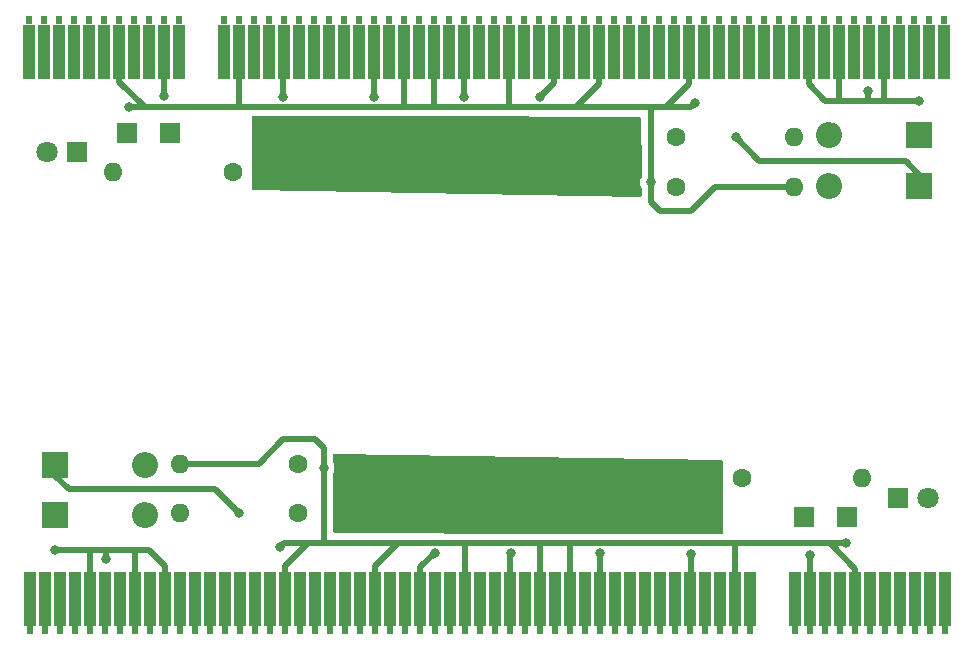
<source format=gbr>
%TF.GenerationSoftware,KiCad,Pcbnew,7.0.7*%
%TF.CreationDate,2023-11-02T08:16:25-05:00*%
%TF.ProjectId,PCI Blaster Mouse Bites,50434920-426c-4617-9374-6572204d6f75,rev?*%
%TF.SameCoordinates,Original*%
%TF.FileFunction,Copper,L2,Bot*%
%TF.FilePolarity,Positive*%
%FSLAX46Y46*%
G04 Gerber Fmt 4.6, Leading zero omitted, Abs format (unit mm)*
G04 Created by KiCad (PCBNEW 7.0.7) date 2023-11-02 08:16:25*
%MOMM*%
%LPD*%
G01*
G04 APERTURE LIST*
%TA.AperFunction,ComponentPad*%
%ADD10R,2.200000X2.200000*%
%TD*%
%TA.AperFunction,ComponentPad*%
%ADD11O,2.200000X2.200000*%
%TD*%
%TA.AperFunction,ComponentPad*%
%ADD12C,1.600000*%
%TD*%
%TA.AperFunction,ComponentPad*%
%ADD13O,1.600000X1.600000*%
%TD*%
%TA.AperFunction,ConnectorPad*%
%ADD14R,1.020000X4.570000*%
%TD*%
%TA.AperFunction,ConnectorPad*%
%ADD15R,0.510000X0.760000*%
%TD*%
%TA.AperFunction,ComponentPad*%
%ADD16R,1.700000X1.700000*%
%TD*%
%TA.AperFunction,ComponentPad*%
%ADD17R,1.800000X1.800000*%
%TD*%
%TA.AperFunction,ComponentPad*%
%ADD18C,1.800000*%
%TD*%
%TA.AperFunction,ViaPad*%
%ADD19C,0.800000*%
%TD*%
%TA.AperFunction,Conductor*%
%ADD20C,0.500000*%
%TD*%
%TA.AperFunction,Conductor*%
%ADD21C,0.250000*%
%TD*%
G04 APERTURE END LIST*
D10*
%TO.P,D1,1,K*%
%TO.N,+5V*%
X190583000Y-74527000D03*
D11*
%TO.P,D1,2,A*%
%TO.N,+3.3V*%
X182963000Y-74527000D03*
%TD*%
D10*
%TO.P,D2,1,K*%
%TO.N,+3.3V*%
X190583000Y-70277000D03*
D11*
%TO.P,D2,2,A*%
%TO.N,GND*%
X182963000Y-70277000D03*
%TD*%
D12*
%TO.P,C2,1*%
%TO.N,+3.3V*%
X169998000Y-74602000D03*
D13*
%TO.P,C2,2*%
%TO.N,GND*%
X179998000Y-74602000D03*
%TD*%
D12*
%TO.P,C1,1*%
%TO.N,+5V*%
X169998000Y-70442000D03*
D13*
%TO.P,C1,2*%
%TO.N,GND*%
X179998000Y-70442000D03*
%TD*%
D14*
%TO.P,J1,A1,TRST#*%
%TO.N,unconnected-(J1-TRST#-PadA1)*%
X192683000Y-63172000D03*
D15*
X192683000Y-60512000D03*
D14*
%TO.P,J1,A2,+12V*%
%TO.N,unconnected-(J1-+12V-PadA2)*%
X191413000Y-63172000D03*
D15*
X191413000Y-60512000D03*
D14*
%TO.P,J1,A3,TMS*%
%TO.N,unconnected-(J1-TMS-PadA3)*%
X190153000Y-63172000D03*
D15*
X190153000Y-60512000D03*
D14*
%TO.P,J1,A4,TDI*%
%TO.N,unconnected-(J1-TDI-PadA4)*%
X188873000Y-63172000D03*
D15*
X188873000Y-60512000D03*
D14*
%TO.P,J1,A5,+5V*%
%TO.N,+5V*%
X187603000Y-63172000D03*
D15*
X187603000Y-60512000D03*
D14*
%TO.P,J1,A6,INTA#*%
%TO.N,unconnected-(J1-INTA#-PadA6)*%
X186333000Y-63172000D03*
D15*
X186333000Y-60512000D03*
D14*
%TO.P,J1,A7,INTC#*%
%TO.N,unconnected-(J1-INTC#-PadA7)*%
X185063000Y-63172000D03*
D15*
X185063000Y-60512000D03*
D14*
%TO.P,J1,A8,+5V*%
%TO.N,+5V*%
X183793000Y-63172000D03*
D15*
X183793000Y-60512000D03*
D14*
%TO.P,J1,A9,RESERVED*%
%TO.N,unconnected-(J1-RESERVED-PadA9)*%
X182523000Y-63172000D03*
D15*
X182523000Y-60512000D03*
D14*
%TO.P,J1,A10,+5V*%
%TO.N,+5V*%
X181253000Y-63172000D03*
D15*
X181253000Y-60512000D03*
D14*
%TO.P,J1,A11,RESERVED*%
%TO.N,unconnected-(J1-RESERVED-PadA11)*%
X179983000Y-63172000D03*
D15*
X179983000Y-60512000D03*
D14*
%TO.P,J1,A12,GND*%
%TO.N,GND*%
X178723000Y-63172000D03*
D15*
X178723000Y-60512000D03*
D14*
%TO.P,J1,A13,GND*%
X177443000Y-63172000D03*
D15*
X177443000Y-60512000D03*
D14*
%TO.P,J1,A14,RESERVED*%
%TO.N,unconnected-(J1-RESERVED-PadA14)*%
X176173000Y-63172000D03*
D15*
X176173000Y-60512000D03*
D14*
%TO.P,J1,A15,RST#*%
%TO.N,unconnected-(J1-RST#-PadA15)*%
X174903000Y-63172000D03*
D15*
X174903000Y-60512000D03*
D14*
%TO.P,J1,A16,+5V*%
%TO.N,+5V*%
X173633000Y-63172000D03*
D15*
X173633000Y-60512000D03*
D14*
%TO.P,J1,A17,GNT#*%
%TO.N,unconnected-(J1-GNT#-PadA17)*%
X172363000Y-63172000D03*
D15*
X172363000Y-60512000D03*
D14*
%TO.P,J1,A18,GND*%
%TO.N,GND*%
X171093000Y-63172000D03*
D15*
X171093000Y-60512000D03*
D14*
%TO.P,J1,A19,RESERVED*%
%TO.N,unconnected-(J1-RESERVED-PadA19)*%
X169833000Y-63172000D03*
D15*
X169833000Y-60512000D03*
D14*
%TO.P,J1,A20,AD[30]*%
%TO.N,unconnected-(J1-AD[30]-PadA20)*%
X168553000Y-63172000D03*
D15*
X168553000Y-60512000D03*
D14*
%TO.P,J1,A21,+3.3V*%
%TO.N,+3.3V*%
X167293000Y-63172000D03*
D15*
X167293000Y-60512000D03*
D14*
%TO.P,J1,A22,AD[28]*%
%TO.N,unconnected-(J1-AD[28]-PadA22)*%
X166013000Y-63172000D03*
D15*
X166013000Y-60512000D03*
D14*
%TO.P,J1,A23,AD[26]*%
%TO.N,unconnected-(J1-AD[26]-PadA23)*%
X164743000Y-63172000D03*
D15*
X164743000Y-60512000D03*
D14*
%TO.P,J1,A24,GND*%
%TO.N,GND*%
X163473000Y-63172000D03*
D15*
X163473000Y-60512000D03*
D14*
%TO.P,J1,A25,AD[24]*%
%TO.N,unconnected-(J1-AD[24]-PadA25)*%
X162203000Y-63172000D03*
D15*
X162203000Y-60512000D03*
D14*
%TO.P,J1,A26,IDSEL*%
%TO.N,unconnected-(J1-IDSEL-PadA26)*%
X160933000Y-63172000D03*
D15*
X160933000Y-60512000D03*
D14*
%TO.P,J1,A27,+3.3V*%
%TO.N,+3.3V*%
X159663000Y-63172000D03*
D15*
X159663000Y-60512000D03*
D14*
%TO.P,J1,A28,AD[22]*%
%TO.N,unconnected-(J1-AD[22]-PadA28)*%
X158393000Y-63172000D03*
D15*
X158393000Y-60512000D03*
D14*
%TO.P,J1,A29,AD[20]*%
%TO.N,unconnected-(J1-AD[20]-PadA29)*%
X157123000Y-63172000D03*
D15*
X157123000Y-60512000D03*
D14*
%TO.P,J1,A30,GND*%
%TO.N,GND*%
X155853000Y-63172000D03*
D15*
X155853000Y-60512000D03*
D14*
%TO.P,J1,A31,AD[18]*%
%TO.N,unconnected-(J1-AD[18]-PadA31)*%
X154583000Y-63172000D03*
D15*
X154583000Y-60512000D03*
D14*
%TO.P,J1,A32,AD[16]*%
%TO.N,unconnected-(J1-AD[16]-PadA32)*%
X153313000Y-63172000D03*
D15*
X153313000Y-60512000D03*
D14*
%TO.P,J1,A33,+3.3V*%
%TO.N,+3.3V*%
X152043000Y-63172000D03*
D15*
X152043000Y-60512000D03*
D14*
%TO.P,J1,A34,FRAME#*%
%TO.N,unconnected-(J1-FRAME#-PadA34)*%
X150773000Y-63172000D03*
D15*
X150773000Y-60512000D03*
D14*
%TO.P,J1,A35,GND*%
%TO.N,GND*%
X149503000Y-63172000D03*
D15*
X149503000Y-60512000D03*
D14*
%TO.P,J1,A36,TRDY#*%
%TO.N,unconnected-(J1-TRDY#-PadA36)*%
X148233000Y-63172000D03*
D15*
X148233000Y-60512000D03*
D14*
%TO.P,J1,A37,GND*%
%TO.N,GND*%
X146963000Y-63172000D03*
D15*
X146963000Y-60512000D03*
D14*
%TO.P,J1,A38,STOP#*%
%TO.N,unconnected-(J1-STOP#-PadA38)*%
X145693000Y-63172000D03*
D15*
X145693000Y-60512000D03*
D14*
%TO.P,J1,A39,+3.3V*%
%TO.N,+3.3V*%
X144423000Y-63172000D03*
D15*
X144423000Y-60512000D03*
D14*
%TO.P,J1,A40,SDONE*%
%TO.N,unconnected-(J1-SDONE-PadA40)*%
X143153000Y-63172000D03*
D15*
X143153000Y-60512000D03*
D14*
%TO.P,J1,A41,SBO#*%
%TO.N,unconnected-(J1-SBO#-PadA41)*%
X141883000Y-63172000D03*
D15*
X141883000Y-60512000D03*
D14*
%TO.P,J1,A42,GND*%
%TO.N,unconnected-(J1-GND-PadA42)*%
X140613000Y-63172000D03*
D15*
X140613000Y-60512000D03*
D14*
%TO.P,J1,A43,PAR*%
%TO.N,unconnected-(J1-PAR-PadA43)*%
X139343000Y-63172000D03*
D15*
X139343000Y-60512000D03*
D14*
%TO.P,J1,A44,AD[15]*%
%TO.N,unconnected-(J1-AD[15]-PadA44)*%
X138073000Y-63172000D03*
D15*
X138073000Y-60512000D03*
D14*
%TO.P,J1,A45,+3.3V*%
%TO.N,+3.3V*%
X136803000Y-63172000D03*
D15*
X136803000Y-60512000D03*
D14*
%TO.P,J1,A46,AD[13]*%
%TO.N,unconnected-(J1-AD[13]-PadA46)*%
X135533000Y-63172000D03*
D15*
X135533000Y-60512000D03*
D14*
%TO.P,J1,A47,AD[11]*%
%TO.N,unconnected-(J1-AD[11]-PadA47)*%
X134263000Y-63172000D03*
D15*
X134263000Y-60512000D03*
D14*
%TO.P,J1,A48,GND*%
%TO.N,GND*%
X132993000Y-63172000D03*
D15*
X132993000Y-60512000D03*
D14*
%TO.P,J1,A49,AD[09]*%
%TO.N,unconnected-(J1-AD[09]-PadA49)*%
X131723000Y-63172000D03*
D15*
X131723000Y-60512000D03*
D14*
%TO.P,J1,A52,C/BE#[0]*%
%TO.N,unconnected-(J1-C{slash}BE#[0]-PadA52)*%
X127913000Y-63172000D03*
D15*
X127913000Y-60512000D03*
D14*
%TO.P,J1,A53,+3.3V*%
%TO.N,+3.3V*%
X126643000Y-63172000D03*
D15*
X126643000Y-60512000D03*
D14*
%TO.P,J1,A54,AD[06]*%
%TO.N,unconnected-(J1-AD[06]-PadA54)*%
X125373000Y-63172000D03*
D15*
X125373000Y-60512000D03*
D14*
%TO.P,J1,A55,AD[04]*%
%TO.N,unconnected-(J1-AD[04]-PadA55)*%
X124103000Y-63172000D03*
D15*
X124103000Y-60512000D03*
D14*
%TO.P,J1,A56,GND*%
%TO.N,GND*%
X122833000Y-63172000D03*
D15*
X122833000Y-60512000D03*
D14*
%TO.P,J1,A57,AD[02]*%
%TO.N,unconnected-(J1-AD[02]-PadA57)*%
X121563000Y-63172000D03*
D15*
X121563000Y-60512000D03*
D14*
%TO.P,J1,A58,AD[00]*%
%TO.N,unconnected-(J1-AD[00]-PadA58)*%
X120293000Y-63172000D03*
D15*
X120293000Y-60512000D03*
D14*
%TO.P,J1,A59,+5V*%
%TO.N,+5V*%
X119023000Y-63172000D03*
D15*
X119023000Y-60512000D03*
D14*
%TO.P,J1,A60,REQ64#*%
%TO.N,unconnected-(J1-REQ64#-PadA60)*%
X117753000Y-63172000D03*
D15*
X117753000Y-60512000D03*
D14*
%TO.P,J1,A61,+5V*%
%TO.N,+5V*%
X116483000Y-63172000D03*
D15*
X116483000Y-60512000D03*
D14*
%TO.P,J1,A62,+5V*%
X115223000Y-63172000D03*
D15*
X115223000Y-60512000D03*
%TD*%
D16*
%TO.P,TP2,1,1*%
%TO.N,GND*%
X123523000Y-70057000D03*
%TD*%
%TO.P,TP1,1,1*%
%TO.N,+3.3V*%
X127173000Y-70097000D03*
%TD*%
D12*
%TO.P,R1,1*%
%TO.N,+3.3V*%
X132458000Y-73402000D03*
D13*
%TO.P,R1,2*%
%TO.N,Net-(LED1-A)*%
X122298000Y-73402000D03*
%TD*%
D17*
%TO.P,+3.3V,1,K*%
%TO.N,GND*%
X119258000Y-71652000D03*
D18*
%TO.P,+3.3V,2,A*%
%TO.N,Net-(LED1-A)*%
X116718000Y-71652000D03*
%TD*%
D10*
%TO.P,D2,1,K*%
%TO.N,+3.3V*%
X117417000Y-102383000D03*
D11*
%TO.P,D2,2,A*%
%TO.N,GND*%
X125037000Y-102383000D03*
%TD*%
D16*
%TO.P,TP2,1,1*%
%TO.N,GND*%
X184477000Y-102603000D03*
%TD*%
D14*
%TO.P,J1,A1,TRST#*%
%TO.N,unconnected-(J1-TRST#-PadA1)*%
X115317000Y-109488000D03*
D15*
X115317000Y-112148000D03*
D14*
%TO.P,J1,A2,+12V*%
%TO.N,unconnected-(J1-+12V-PadA2)*%
X116587000Y-109488000D03*
D15*
X116587000Y-112148000D03*
D14*
%TO.P,J1,A3,TMS*%
%TO.N,unconnected-(J1-TMS-PadA3)*%
X117847000Y-109488000D03*
D15*
X117847000Y-112148000D03*
D14*
%TO.P,J1,A4,TDI*%
%TO.N,unconnected-(J1-TDI-PadA4)*%
X119127000Y-109488000D03*
D15*
X119127000Y-112148000D03*
D14*
%TO.P,J1,A5,+5V*%
%TO.N,+5V*%
X120397000Y-109488000D03*
D15*
X120397000Y-112148000D03*
D14*
%TO.P,J1,A6,INTA#*%
%TO.N,unconnected-(J1-INTA#-PadA6)*%
X121667000Y-109488000D03*
D15*
X121667000Y-112148000D03*
D14*
%TO.P,J1,A7,INTC#*%
%TO.N,unconnected-(J1-INTC#-PadA7)*%
X122937000Y-109488000D03*
D15*
X122937000Y-112148000D03*
D14*
%TO.P,J1,A8,+5V*%
%TO.N,+5V*%
X124207000Y-109488000D03*
D15*
X124207000Y-112148000D03*
D14*
%TO.P,J1,A9,RESERVED*%
%TO.N,unconnected-(J1-RESERVED-PadA9)*%
X125477000Y-109488000D03*
D15*
X125477000Y-112148000D03*
D14*
%TO.P,J1,A10,+5V*%
%TO.N,+5V*%
X126747000Y-109488000D03*
D15*
X126747000Y-112148000D03*
D14*
%TO.P,J1,A11,RESERVED*%
%TO.N,unconnected-(J1-RESERVED-PadA11)*%
X128017000Y-109488000D03*
D15*
X128017000Y-112148000D03*
D14*
%TO.P,J1,A12,GND*%
%TO.N,GND*%
X129277000Y-109488000D03*
D15*
X129277000Y-112148000D03*
D14*
%TO.P,J1,A13,GND*%
X130557000Y-109488000D03*
D15*
X130557000Y-112148000D03*
D14*
%TO.P,J1,A14,RESERVED*%
%TO.N,unconnected-(J1-RESERVED-PadA14)*%
X131827000Y-109488000D03*
D15*
X131827000Y-112148000D03*
D14*
%TO.P,J1,A15,RST#*%
%TO.N,unconnected-(J1-RST#-PadA15)*%
X133097000Y-109488000D03*
D15*
X133097000Y-112148000D03*
D14*
%TO.P,J1,A16,+5V*%
%TO.N,+5V*%
X134367000Y-109488000D03*
D15*
X134367000Y-112148000D03*
D14*
%TO.P,J1,A17,GNT#*%
%TO.N,unconnected-(J1-GNT#-PadA17)*%
X135637000Y-109488000D03*
D15*
X135637000Y-112148000D03*
D14*
%TO.P,J1,A18,GND*%
%TO.N,GND*%
X136907000Y-109488000D03*
D15*
X136907000Y-112148000D03*
D14*
%TO.P,J1,A19,RESERVED*%
%TO.N,unconnected-(J1-RESERVED-PadA19)*%
X138167000Y-109488000D03*
D15*
X138167000Y-112148000D03*
D14*
%TO.P,J1,A20,AD[30]*%
%TO.N,unconnected-(J1-AD[30]-PadA20)*%
X139447000Y-109488000D03*
D15*
X139447000Y-112148000D03*
D14*
%TO.P,J1,A21,+3.3V*%
%TO.N,+3.3V*%
X140707000Y-109488000D03*
D15*
X140707000Y-112148000D03*
D14*
%TO.P,J1,A22,AD[28]*%
%TO.N,unconnected-(J1-AD[28]-PadA22)*%
X141987000Y-109488000D03*
D15*
X141987000Y-112148000D03*
D14*
%TO.P,J1,A23,AD[26]*%
%TO.N,unconnected-(J1-AD[26]-PadA23)*%
X143257000Y-109488000D03*
D15*
X143257000Y-112148000D03*
D14*
%TO.P,J1,A24,GND*%
%TO.N,GND*%
X144527000Y-109488000D03*
D15*
X144527000Y-112148000D03*
D14*
%TO.P,J1,A25,AD[24]*%
%TO.N,unconnected-(J1-AD[24]-PadA25)*%
X145797000Y-109488000D03*
D15*
X145797000Y-112148000D03*
D14*
%TO.P,J1,A26,IDSEL*%
%TO.N,unconnected-(J1-IDSEL-PadA26)*%
X147067000Y-109488000D03*
D15*
X147067000Y-112148000D03*
D14*
%TO.P,J1,A27,+3.3V*%
%TO.N,+3.3V*%
X148337000Y-109488000D03*
D15*
X148337000Y-112148000D03*
D14*
%TO.P,J1,A28,AD[22]*%
%TO.N,unconnected-(J1-AD[22]-PadA28)*%
X149607000Y-109488000D03*
D15*
X149607000Y-112148000D03*
D14*
%TO.P,J1,A29,AD[20]*%
%TO.N,unconnected-(J1-AD[20]-PadA29)*%
X150877000Y-109488000D03*
D15*
X150877000Y-112148000D03*
D14*
%TO.P,J1,A30,GND*%
%TO.N,GND*%
X152147000Y-109488000D03*
D15*
X152147000Y-112148000D03*
D14*
%TO.P,J1,A31,AD[18]*%
%TO.N,unconnected-(J1-AD[18]-PadA31)*%
X153417000Y-109488000D03*
D15*
X153417000Y-112148000D03*
D14*
%TO.P,J1,A32,AD[16]*%
%TO.N,unconnected-(J1-AD[16]-PadA32)*%
X154687000Y-109488000D03*
D15*
X154687000Y-112148000D03*
D14*
%TO.P,J1,A33,+3.3V*%
%TO.N,+3.3V*%
X155957000Y-109488000D03*
D15*
X155957000Y-112148000D03*
D14*
%TO.P,J1,A34,FRAME#*%
%TO.N,unconnected-(J1-FRAME#-PadA34)*%
X157227000Y-109488000D03*
D15*
X157227000Y-112148000D03*
D14*
%TO.P,J1,A35,GND*%
%TO.N,GND*%
X158497000Y-109488000D03*
D15*
X158497000Y-112148000D03*
D14*
%TO.P,J1,A36,TRDY#*%
%TO.N,unconnected-(J1-TRDY#-PadA36)*%
X159767000Y-109488000D03*
D15*
X159767000Y-112148000D03*
D14*
%TO.P,J1,A37,GND*%
%TO.N,GND*%
X161037000Y-109488000D03*
D15*
X161037000Y-112148000D03*
D14*
%TO.P,J1,A38,STOP#*%
%TO.N,unconnected-(J1-STOP#-PadA38)*%
X162307000Y-109488000D03*
D15*
X162307000Y-112148000D03*
D14*
%TO.P,J1,A39,+3.3V*%
%TO.N,+3.3V*%
X163577000Y-109488000D03*
D15*
X163577000Y-112148000D03*
D14*
%TO.P,J1,A40,SDONE*%
%TO.N,unconnected-(J1-SDONE-PadA40)*%
X164847000Y-109488000D03*
D15*
X164847000Y-112148000D03*
D14*
%TO.P,J1,A41,SBO#*%
%TO.N,unconnected-(J1-SBO#-PadA41)*%
X166117000Y-109488000D03*
D15*
X166117000Y-112148000D03*
D14*
%TO.P,J1,A42,GND*%
%TO.N,unconnected-(J1-GND-PadA42)*%
X167387000Y-109488000D03*
D15*
X167387000Y-112148000D03*
D14*
%TO.P,J1,A43,PAR*%
%TO.N,unconnected-(J1-PAR-PadA43)*%
X168657000Y-109488000D03*
D15*
X168657000Y-112148000D03*
D14*
%TO.P,J1,A44,AD[15]*%
%TO.N,unconnected-(J1-AD[15]-PadA44)*%
X169927000Y-109488000D03*
D15*
X169927000Y-112148000D03*
D14*
%TO.P,J1,A45,+3.3V*%
%TO.N,+3.3V*%
X171197000Y-109488000D03*
D15*
X171197000Y-112148000D03*
D14*
%TO.P,J1,A46,AD[13]*%
%TO.N,unconnected-(J1-AD[13]-PadA46)*%
X172467000Y-109488000D03*
D15*
X172467000Y-112148000D03*
D14*
%TO.P,J1,A47,AD[11]*%
%TO.N,unconnected-(J1-AD[11]-PadA47)*%
X173737000Y-109488000D03*
D15*
X173737000Y-112148000D03*
D14*
%TO.P,J1,A48,GND*%
%TO.N,GND*%
X175007000Y-109488000D03*
D15*
X175007000Y-112148000D03*
D14*
%TO.P,J1,A49,AD[09]*%
%TO.N,unconnected-(J1-AD[09]-PadA49)*%
X176277000Y-109488000D03*
D15*
X176277000Y-112148000D03*
D14*
%TO.P,J1,A52,C/BE#[0]*%
%TO.N,unconnected-(J1-C{slash}BE#[0]-PadA52)*%
X180087000Y-109488000D03*
D15*
X180087000Y-112148000D03*
D14*
%TO.P,J1,A53,+3.3V*%
%TO.N,+3.3V*%
X181357000Y-109488000D03*
D15*
X181357000Y-112148000D03*
D14*
%TO.P,J1,A54,AD[06]*%
%TO.N,unconnected-(J1-AD[06]-PadA54)*%
X182627000Y-109488000D03*
D15*
X182627000Y-112148000D03*
D14*
%TO.P,J1,A55,AD[04]*%
%TO.N,unconnected-(J1-AD[04]-PadA55)*%
X183897000Y-109488000D03*
D15*
X183897000Y-112148000D03*
D14*
%TO.P,J1,A56,GND*%
%TO.N,GND*%
X185167000Y-109488000D03*
D15*
X185167000Y-112148000D03*
D14*
%TO.P,J1,A57,AD[02]*%
%TO.N,unconnected-(J1-AD[02]-PadA57)*%
X186437000Y-109488000D03*
D15*
X186437000Y-112148000D03*
D14*
%TO.P,J1,A58,AD[00]*%
%TO.N,unconnected-(J1-AD[00]-PadA58)*%
X187707000Y-109488000D03*
D15*
X187707000Y-112148000D03*
D14*
%TO.P,J1,A59,+5V*%
%TO.N,+5V*%
X188977000Y-109488000D03*
D15*
X188977000Y-112148000D03*
D14*
%TO.P,J1,A60,REQ64#*%
%TO.N,unconnected-(J1-REQ64#-PadA60)*%
X190247000Y-109488000D03*
D15*
X190247000Y-112148000D03*
D14*
%TO.P,J1,A61,+5V*%
%TO.N,+5V*%
X191517000Y-109488000D03*
D15*
X191517000Y-112148000D03*
D14*
%TO.P,J1,A62,+5V*%
X192777000Y-109488000D03*
D15*
X192777000Y-112148000D03*
%TD*%
D17*
%TO.P,+3.3V,1,K*%
%TO.N,GND*%
X188742000Y-101008000D03*
D18*
%TO.P,+3.3V,2,A*%
%TO.N,Net-(LED1-A)*%
X191282000Y-101008000D03*
%TD*%
D12*
%TO.P,R1,1*%
%TO.N,+3.3V*%
X175542000Y-99258000D03*
D13*
%TO.P,R1,2*%
%TO.N,Net-(LED1-A)*%
X185702000Y-99258000D03*
%TD*%
D12*
%TO.P,C1,1*%
%TO.N,+5V*%
X138002000Y-102218000D03*
D13*
%TO.P,C1,2*%
%TO.N,GND*%
X128002000Y-102218000D03*
%TD*%
D10*
%TO.P,D1,1,K*%
%TO.N,+5V*%
X117417000Y-98133000D03*
D11*
%TO.P,D1,2,A*%
%TO.N,+3.3V*%
X125037000Y-98133000D03*
%TD*%
D12*
%TO.P,C2,1*%
%TO.N,+3.3V*%
X138002000Y-98058000D03*
D13*
%TO.P,C2,2*%
%TO.N,GND*%
X128002000Y-98058000D03*
%TD*%
D16*
%TO.P,TP1,1,1*%
%TO.N,+3.3V*%
X180827000Y-102563000D03*
%TD*%
D19*
%TO.N,+3.3V*%
X136723000Y-66977000D03*
%TO.N,GND*%
X167840000Y-74239000D03*
%TO.N,+3.3V*%
X158448000Y-67027500D03*
X126648000Y-66902000D03*
%TO.N,GND*%
X171573000Y-67552000D03*
%TO.N,+3.3V*%
X137868000Y-73350000D03*
X148028000Y-74112000D03*
X140154000Y-73350000D03*
X150568000Y-74112000D03*
X152023000Y-67027500D03*
X155013000Y-69921000D03*
%TO.N,+5V*%
X190598000Y-67327000D03*
X186255000Y-66492000D03*
X175048000Y-70427000D03*
%TO.N,+3.3V*%
X144423000Y-67027500D03*
X153108000Y-74112000D03*
X145488000Y-74112000D03*
%TO.N,GND*%
X123648000Y-67877000D03*
%TO.N,+5V*%
X117402000Y-105333000D03*
X132952000Y-102233000D03*
X121745000Y-106168000D03*
%TO.N,GND*%
X184352000Y-104783000D03*
X136427000Y-105108000D03*
X140160000Y-98421000D03*
%TO.N,+3.3V*%
X149552000Y-105632500D03*
X170132000Y-99310000D03*
X159972000Y-98548000D03*
X152987000Y-102739000D03*
X155977000Y-105632500D03*
X162512000Y-98548000D03*
X154892000Y-98548000D03*
X157432000Y-98548000D03*
X181352000Y-105758000D03*
X167846000Y-99310000D03*
X163577000Y-105632500D03*
X171277000Y-105683000D03*
%TD*%
D20*
%TO.N,+3.3V*%
X126648000Y-66902000D02*
X126648000Y-63177000D01*
X136723000Y-63252000D02*
X136803000Y-63172000D01*
X159663000Y-65812500D02*
X159663000Y-63172000D01*
D21*
X152043000Y-67007500D02*
X152023000Y-67027500D01*
D20*
X136723000Y-66977000D02*
X136723000Y-63252000D01*
X152043000Y-63172000D02*
X152043000Y-67007500D01*
X144423000Y-63172000D02*
X144423000Y-67027500D01*
%TO.N,GND*%
X167840000Y-75890000D02*
X167840000Y-74239000D01*
X132898000Y-67877000D02*
X144548000Y-67877000D01*
X149473000Y-67877000D02*
X155798000Y-67877000D01*
X167840000Y-74239000D02*
X167840000Y-67877000D01*
X171269000Y-76652000D02*
X168602000Y-76652000D01*
X171093000Y-65957000D02*
X171093000Y-63172000D01*
X169173000Y-67877000D02*
X171093000Y-65957000D01*
X173319000Y-74602000D02*
X171269000Y-76652000D01*
X146963000Y-63172000D02*
X146963000Y-67787000D01*
X122833000Y-65707000D02*
X124923000Y-67797000D01*
X163473000Y-65957000D02*
X163473000Y-63172000D01*
X169173000Y-67877000D02*
X171248000Y-67877000D01*
D21*
X132993000Y-67782000D02*
X132898000Y-67877000D01*
D20*
X167840000Y-67877000D02*
X169173000Y-67877000D01*
X171248000Y-67877000D02*
X171573000Y-67552000D01*
D21*
X144598000Y-67927000D02*
X144548000Y-67877000D01*
D20*
X144548000Y-67877000D02*
X146873000Y-67877000D01*
X149503000Y-63172000D02*
X149503000Y-67847000D01*
D21*
X155853000Y-67822000D02*
X155798000Y-67877000D01*
D20*
X123648000Y-67877000D02*
X124923000Y-67877000D01*
X161553000Y-67877000D02*
X163473000Y-65957000D01*
X124923000Y-67877000D02*
X132898000Y-67877000D01*
%TO.N,+5V*%
X189423000Y-72427000D02*
X190583000Y-73587000D01*
X175048000Y-70427000D02*
X177048000Y-72427000D01*
X187573000Y-67327000D02*
X186255000Y-67327000D01*
%TO.N,+3.3V*%
X126648000Y-63177000D02*
X126643000Y-63172000D01*
%TO.N,+5V*%
X183748000Y-67327000D02*
X182623000Y-67327000D01*
X186255000Y-67327000D02*
X183748000Y-67327000D01*
X183793000Y-67282000D02*
X183793000Y-63172000D01*
X182623000Y-67327000D02*
X181253000Y-65957000D01*
X177048000Y-72427000D02*
X189423000Y-72427000D01*
%TO.N,GND*%
X155798000Y-67877000D02*
X161553000Y-67877000D01*
%TO.N,+5V*%
X190583000Y-73587000D02*
X190583000Y-74527000D01*
X181253000Y-65957000D02*
X181253000Y-63172000D01*
D21*
%TO.N,GND*%
X149503000Y-67847000D02*
X149473000Y-67877000D01*
D20*
X168602000Y-76652000D02*
X167840000Y-75890000D01*
D21*
X146963000Y-67787000D02*
X146873000Y-67877000D01*
D20*
%TO.N,+5V*%
X186255000Y-67327000D02*
X186255000Y-66492000D01*
X190598000Y-67327000D02*
X187573000Y-67327000D01*
%TO.N,+3.3V*%
X158448000Y-67027500D02*
X159663000Y-65812500D01*
%TO.N,GND*%
X179998000Y-74602000D02*
X173319000Y-74602000D01*
%TO.N,+5V*%
X187603000Y-67297000D02*
X187603000Y-63172000D01*
%TO.N,GND*%
X155853000Y-63172000D02*
X155853000Y-67822000D01*
%TO.N,+5V*%
X187573000Y-67327000D02*
X187603000Y-67297000D01*
%TO.N,GND*%
X146873000Y-67877000D02*
X149473000Y-67877000D01*
X122833000Y-63172000D02*
X122833000Y-65707000D01*
X161553000Y-67877000D02*
X167840000Y-67877000D01*
%TO.N,+5V*%
X183748000Y-67327000D02*
X183793000Y-67282000D01*
D21*
%TO.N,GND*%
X124923000Y-67797000D02*
X124923000Y-67877000D01*
D20*
X132993000Y-63172000D02*
X132993000Y-67782000D01*
%TO.N,+5V*%
X130952000Y-100233000D02*
X118577000Y-100233000D01*
X125377000Y-105333000D02*
X126747000Y-106703000D01*
X124207000Y-105378000D02*
X124207000Y-109488000D01*
X120427000Y-105333000D02*
X120397000Y-105363000D01*
X126747000Y-106703000D02*
X126747000Y-109488000D01*
X120427000Y-105333000D02*
X121745000Y-105333000D01*
X120397000Y-105363000D02*
X120397000Y-109488000D01*
X117417000Y-99073000D02*
X117417000Y-98133000D01*
X117402000Y-105333000D02*
X120427000Y-105333000D01*
X124252000Y-105333000D02*
X125377000Y-105333000D01*
X132952000Y-102233000D02*
X130952000Y-100233000D01*
X121745000Y-105333000D02*
X121745000Y-106168000D01*
X118577000Y-100233000D02*
X117417000Y-99073000D01*
X121745000Y-105333000D02*
X124252000Y-105333000D01*
X124252000Y-105333000D02*
X124207000Y-105378000D01*
%TO.N,GND*%
X128002000Y-98058000D02*
X134681000Y-98058000D01*
X146447000Y-104783000D02*
X144527000Y-106703000D01*
D21*
X175007000Y-104878000D02*
X175102000Y-104783000D01*
D20*
X136731000Y-96008000D02*
X139398000Y-96008000D01*
D21*
X183077000Y-104863000D02*
X183077000Y-104783000D01*
D20*
X184352000Y-104783000D02*
X183077000Y-104783000D01*
X175102000Y-104783000D02*
X163452000Y-104783000D01*
D21*
X161037000Y-104873000D02*
X161127000Y-104783000D01*
D20*
X136907000Y-106703000D02*
X136907000Y-109488000D01*
D21*
X163402000Y-104733000D02*
X163452000Y-104783000D01*
D20*
X136752000Y-104783000D02*
X136427000Y-105108000D01*
D21*
X158497000Y-104813000D02*
X158527000Y-104783000D01*
D20*
X144527000Y-106703000D02*
X144527000Y-109488000D01*
X185167000Y-109488000D02*
X185167000Y-106953000D01*
X161127000Y-104783000D02*
X158527000Y-104783000D01*
X139398000Y-96008000D02*
X140160000Y-96770000D01*
X152202000Y-104783000D02*
X146447000Y-104783000D01*
X138827000Y-104783000D02*
X136907000Y-106703000D01*
X134681000Y-98058000D02*
X136731000Y-96008000D01*
X175007000Y-109488000D02*
X175007000Y-104878000D01*
X152147000Y-109488000D02*
X152147000Y-104838000D01*
X140160000Y-98421000D02*
X140160000Y-104783000D01*
X138827000Y-104783000D02*
X136752000Y-104783000D01*
X161037000Y-109488000D02*
X161037000Y-104873000D01*
X158497000Y-109488000D02*
X158497000Y-104813000D01*
D21*
X152147000Y-104838000D02*
X152202000Y-104783000D01*
D20*
X146447000Y-104783000D02*
X140160000Y-104783000D01*
X140160000Y-96770000D02*
X140160000Y-98421000D01*
X163452000Y-104783000D02*
X161127000Y-104783000D01*
X185167000Y-106953000D02*
X183077000Y-104863000D01*
X140160000Y-104783000D02*
X138827000Y-104783000D01*
X183077000Y-104783000D02*
X175102000Y-104783000D01*
X158527000Y-104783000D02*
X152202000Y-104783000D01*
%TO.N,+3.3V*%
X171277000Y-109408000D02*
X171197000Y-109488000D01*
D21*
X155957000Y-105652500D02*
X155977000Y-105632500D01*
D20*
X181352000Y-105758000D02*
X181352000Y-109483000D01*
X155957000Y-109488000D02*
X155957000Y-105652500D01*
X148337000Y-106847500D02*
X148337000Y-109488000D01*
X171277000Y-105683000D02*
X171277000Y-109408000D01*
X181352000Y-109483000D02*
X181357000Y-109488000D01*
X163577000Y-109488000D02*
X163577000Y-105632500D01*
X149552000Y-105632500D02*
X148337000Y-106847500D01*
%TD*%
%TA.AperFunction,Conductor*%
%TO.N,+3.3V*%
G36*
X173830063Y-97755972D02*
G01*
X173896765Y-97776769D01*
X173941635Y-97830326D01*
X173952000Y-97879955D01*
X173952000Y-103908500D01*
X173932315Y-103975539D01*
X173879511Y-104021294D01*
X173828000Y-104032500D01*
X159725643Y-104032500D01*
X141098521Y-103933644D01*
X141031587Y-103913604D01*
X140986113Y-103860558D01*
X140975193Y-103811490D01*
X140910500Y-99460875D01*
X140910500Y-98955321D01*
X140927113Y-98893321D01*
X140987179Y-98789284D01*
X141045674Y-98609256D01*
X141065460Y-98421000D01*
X141045674Y-98232744D01*
X140987179Y-98052716D01*
X140927113Y-97948677D01*
X140910500Y-97886677D01*
X140910500Y-97334636D01*
X140930185Y-97267597D01*
X140982989Y-97221842D01*
X141036560Y-97210653D01*
X173830063Y-97755972D01*
G37*
%TD.AperFunction*%
%TD*%
%TA.AperFunction,Conductor*%
%TO.N,+3.3V*%
G36*
X166901478Y-68726355D02*
G01*
X166968412Y-68746395D01*
X167013886Y-68799441D01*
X167024806Y-68848509D01*
X167089500Y-73199125D01*
X167089500Y-73704677D01*
X167072887Y-73766677D01*
X167012821Y-73870714D01*
X166954327Y-74050740D01*
X166954326Y-74050744D01*
X166934540Y-74239000D01*
X166954326Y-74427256D01*
X166954327Y-74427259D01*
X167012818Y-74607277D01*
X167012821Y-74607284D01*
X167072887Y-74711321D01*
X167089500Y-74773321D01*
X167089500Y-75325362D01*
X167069815Y-75392401D01*
X167017011Y-75438156D01*
X166963438Y-75449345D01*
X134169938Y-74904027D01*
X134103235Y-74883230D01*
X134058365Y-74829673D01*
X134048000Y-74780044D01*
X134048000Y-68751500D01*
X134067685Y-68684461D01*
X134120489Y-68638706D01*
X134172000Y-68627500D01*
X144460279Y-68627500D01*
X146785279Y-68627500D01*
X148274357Y-68627500D01*
X166901478Y-68726355D01*
G37*
%TD.AperFunction*%
%TD*%
M02*

</source>
